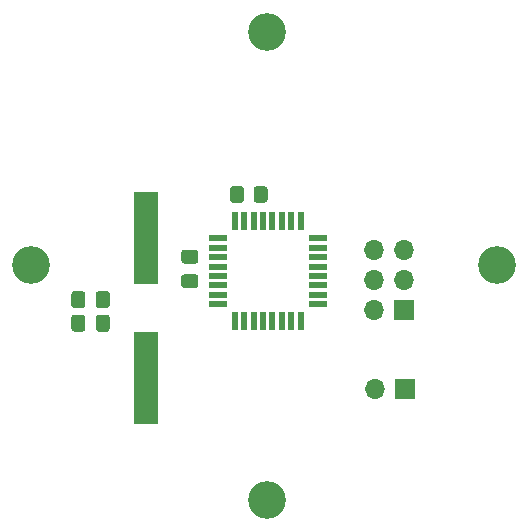
<source format=gbr>
G04 #@! TF.GenerationSoftware,KiCad,Pcbnew,(5.1.8-0-10_14)*
G04 #@! TF.CreationDate,2021-10-06T14:58:47+02:00*
G04 #@! TF.ProjectId,ATmega328P-Barebone,41546d65-6761-4333-9238-502d42617265,rev?*
G04 #@! TF.SameCoordinates,Original*
G04 #@! TF.FileFunction,Soldermask,Top*
G04 #@! TF.FilePolarity,Negative*
%FSLAX46Y46*%
G04 Gerber Fmt 4.6, Leading zero omitted, Abs format (unit mm)*
G04 Created by KiCad (PCBNEW (5.1.8-0-10_14)) date 2021-10-06 14:58:47*
%MOMM*%
%LPD*%
G01*
G04 APERTURE LIST*
%ADD10R,2.000000X7.875000*%
%ADD11R,0.550000X1.600000*%
%ADD12R,1.600000X0.550000*%
%ADD13O,1.700000X1.700000*%
%ADD14R,1.700000X1.700000*%
%ADD15C,3.200000*%
G04 APERTURE END LIST*
D10*
X146600000Y-81537500D03*
X146600000Y-69662500D03*
D11*
X154100000Y-68250000D03*
X154900000Y-68250000D03*
X155700000Y-68250000D03*
X156500000Y-68250000D03*
X157300000Y-68250000D03*
X158100000Y-68250000D03*
X158900000Y-68250000D03*
X159700000Y-68250000D03*
D12*
X161150000Y-69700000D03*
X161150000Y-70500000D03*
X161150000Y-71300000D03*
X161150000Y-72100000D03*
X161150000Y-72900000D03*
X161150000Y-73700000D03*
X161150000Y-74500000D03*
X161150000Y-75300000D03*
D11*
X159700000Y-76750000D03*
X158900000Y-76750000D03*
X158100000Y-76750000D03*
X157300000Y-76750000D03*
X156500000Y-76750000D03*
X155700000Y-76750000D03*
X154900000Y-76750000D03*
X154100000Y-76750000D03*
D12*
X152650000Y-75300000D03*
X152650000Y-74500000D03*
X152650000Y-73700000D03*
X152650000Y-72900000D03*
X152650000Y-72100000D03*
X152650000Y-71300000D03*
X152650000Y-70500000D03*
X152650000Y-69700000D03*
G36*
G01*
X155700000Y-66450001D02*
X155700000Y-65549999D01*
G75*
G02*
X155949999Y-65300000I249999J0D01*
G01*
X156650001Y-65300000D01*
G75*
G02*
X156900000Y-65549999I0J-249999D01*
G01*
X156900000Y-66450001D01*
G75*
G02*
X156650001Y-66700000I-249999J0D01*
G01*
X155949999Y-66700000D01*
G75*
G02*
X155700000Y-66450001I0J249999D01*
G01*
G37*
G36*
G01*
X153700000Y-66450001D02*
X153700000Y-65549999D01*
G75*
G02*
X153949999Y-65300000I249999J0D01*
G01*
X154650001Y-65300000D01*
G75*
G02*
X154900000Y-65549999I0J-249999D01*
G01*
X154900000Y-66450001D01*
G75*
G02*
X154650001Y-66700000I-249999J0D01*
G01*
X153949999Y-66700000D01*
G75*
G02*
X153700000Y-66450001I0J249999D01*
G01*
G37*
D13*
X165860000Y-70720000D03*
X168400000Y-70720000D03*
X165860000Y-73260000D03*
X168400000Y-73260000D03*
X165860000Y-75800000D03*
D14*
X168400000Y-75800000D03*
G36*
G01*
X142350000Y-77375000D02*
X142350000Y-76425000D01*
G75*
G02*
X142600000Y-76175000I250000J0D01*
G01*
X143275000Y-76175000D01*
G75*
G02*
X143525000Y-76425000I0J-250000D01*
G01*
X143525000Y-77375000D01*
G75*
G02*
X143275000Y-77625000I-250000J0D01*
G01*
X142600000Y-77625000D01*
G75*
G02*
X142350000Y-77375000I0J250000D01*
G01*
G37*
G36*
G01*
X140275000Y-77375000D02*
X140275000Y-76425000D01*
G75*
G02*
X140525000Y-76175000I250000J0D01*
G01*
X141200000Y-76175000D01*
G75*
G02*
X141450000Y-76425000I0J-250000D01*
G01*
X141450000Y-77375000D01*
G75*
G02*
X141200000Y-77625000I-250000J0D01*
G01*
X140525000Y-77625000D01*
G75*
G02*
X140275000Y-77375000I0J250000D01*
G01*
G37*
G36*
G01*
X142350000Y-75375000D02*
X142350000Y-74425000D01*
G75*
G02*
X142600000Y-74175000I250000J0D01*
G01*
X143275000Y-74175000D01*
G75*
G02*
X143525000Y-74425000I0J-250000D01*
G01*
X143525000Y-75375000D01*
G75*
G02*
X143275000Y-75625000I-250000J0D01*
G01*
X142600000Y-75625000D01*
G75*
G02*
X142350000Y-75375000I0J250000D01*
G01*
G37*
G36*
G01*
X140275000Y-75375000D02*
X140275000Y-74425000D01*
G75*
G02*
X140525000Y-74175000I250000J0D01*
G01*
X141200000Y-74175000D01*
G75*
G02*
X141450000Y-74425000I0J-250000D01*
G01*
X141450000Y-75375000D01*
G75*
G02*
X141200000Y-75625000I-250000J0D01*
G01*
X140525000Y-75625000D01*
G75*
G02*
X140275000Y-75375000I0J250000D01*
G01*
G37*
G36*
G01*
X149825000Y-72750000D02*
X150775000Y-72750000D01*
G75*
G02*
X151025000Y-73000000I0J-250000D01*
G01*
X151025000Y-73675000D01*
G75*
G02*
X150775000Y-73925000I-250000J0D01*
G01*
X149825000Y-73925000D01*
G75*
G02*
X149575000Y-73675000I0J250000D01*
G01*
X149575000Y-73000000D01*
G75*
G02*
X149825000Y-72750000I250000J0D01*
G01*
G37*
G36*
G01*
X149825000Y-70675000D02*
X150775000Y-70675000D01*
G75*
G02*
X151025000Y-70925000I0J-250000D01*
G01*
X151025000Y-71600000D01*
G75*
G02*
X150775000Y-71850000I-250000J0D01*
G01*
X149825000Y-71850000D01*
G75*
G02*
X149575000Y-71600000I0J250000D01*
G01*
X149575000Y-70925000D01*
G75*
G02*
X149825000Y-70675000I250000J0D01*
G01*
G37*
D15*
X136900000Y-72000000D03*
X176300000Y-72000000D03*
X156800000Y-52200000D03*
X156800000Y-91900000D03*
D13*
X165960000Y-82500000D03*
D14*
X168500000Y-82500000D03*
M02*

</source>
